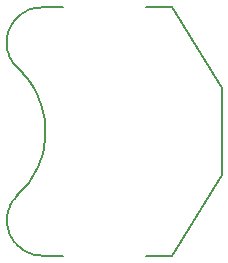
<source format=gbo>
G75*
G70*
%OFA0B0*%
%FSLAX24Y24*%
%IPPOS*%
%LPD*%
%AMOC8*
5,1,8,0,0,1.08239X$1,22.5*
%
%ADD10C,0.0080*%
D10*
X001999Y001050D02*
X002708Y001050D01*
X001999Y001050D02*
X001931Y001052D01*
X001865Y001059D01*
X001798Y001069D01*
X001733Y001083D01*
X001668Y001100D01*
X001604Y001121D01*
X001542Y001146D01*
X001481Y001174D01*
X001422Y001206D01*
X001364Y001241D01*
X001309Y001279D01*
X001256Y001321D01*
X001206Y001365D01*
X001158Y001412D01*
X001113Y001462D01*
X001071Y001514D01*
X001032Y001568D01*
X000996Y001625D01*
X000963Y001683D01*
X000933Y001744D01*
X000908Y001806D01*
X000885Y001869D01*
X000867Y001934D01*
X000852Y001999D01*
X000840Y002065D01*
X000833Y002132D01*
X000829Y002199D01*
X000830Y002266D01*
X000834Y002333D01*
X000841Y002400D01*
X000853Y002466D01*
X000868Y002531D01*
X000887Y002595D01*
X000910Y002659D01*
X000936Y002720D01*
X000966Y002781D01*
X000999Y002839D01*
X001035Y002895D01*
X001075Y002950D01*
X001117Y003002D01*
X001163Y003051D01*
X001211Y003098D01*
X001172Y003059D02*
X001272Y003155D01*
X001368Y003256D01*
X001458Y003361D01*
X001544Y003471D01*
X001624Y003585D01*
X001698Y003702D01*
X001766Y003823D01*
X001829Y003947D01*
X001886Y004074D01*
X001936Y004203D01*
X001980Y004335D01*
X002018Y004469D01*
X002049Y004604D01*
X002074Y004741D01*
X002092Y004879D01*
X002103Y005017D01*
X002108Y005156D01*
X002106Y005295D01*
X002097Y005434D01*
X002082Y005572D01*
X002060Y005709D01*
X002031Y005845D01*
X001996Y005979D01*
X001954Y006112D01*
X001906Y006242D01*
X001852Y006370D01*
X001791Y006495D01*
X001725Y006618D01*
X001653Y006736D01*
X001575Y006851D01*
X001492Y006963D01*
X001403Y007070D01*
X001310Y007173D01*
X001211Y007271D01*
X001162Y007318D01*
X001115Y007366D01*
X001071Y007418D01*
X001030Y007472D01*
X000992Y007528D01*
X000958Y007587D01*
X000927Y007647D01*
X000899Y007709D01*
X000876Y007772D01*
X000856Y007837D01*
X000839Y007903D01*
X000827Y007970D01*
X000818Y008037D01*
X000814Y008104D01*
X000813Y008172D01*
X000816Y008240D01*
X000824Y008307D01*
X000835Y008374D01*
X000850Y008440D01*
X000868Y008505D01*
X000891Y008569D01*
X000917Y008632D01*
X000947Y008693D01*
X000980Y008752D01*
X001017Y008809D01*
X001056Y008864D01*
X001099Y008916D01*
X001145Y008966D01*
X001194Y009013D01*
X001245Y009057D01*
X001299Y009098D01*
X001355Y009136D01*
X001414Y009171D01*
X001474Y009202D01*
X001536Y009230D01*
X001599Y009254D01*
X001664Y009274D01*
X001729Y009291D01*
X001796Y009303D01*
X001863Y009312D01*
X001931Y009317D01*
X001998Y009318D01*
X001999Y009318D02*
X002708Y009318D01*
X005463Y009318D02*
X006330Y009318D01*
X007983Y006641D01*
X007983Y003727D01*
X006330Y001050D01*
X005463Y001050D01*
M02*

</source>
